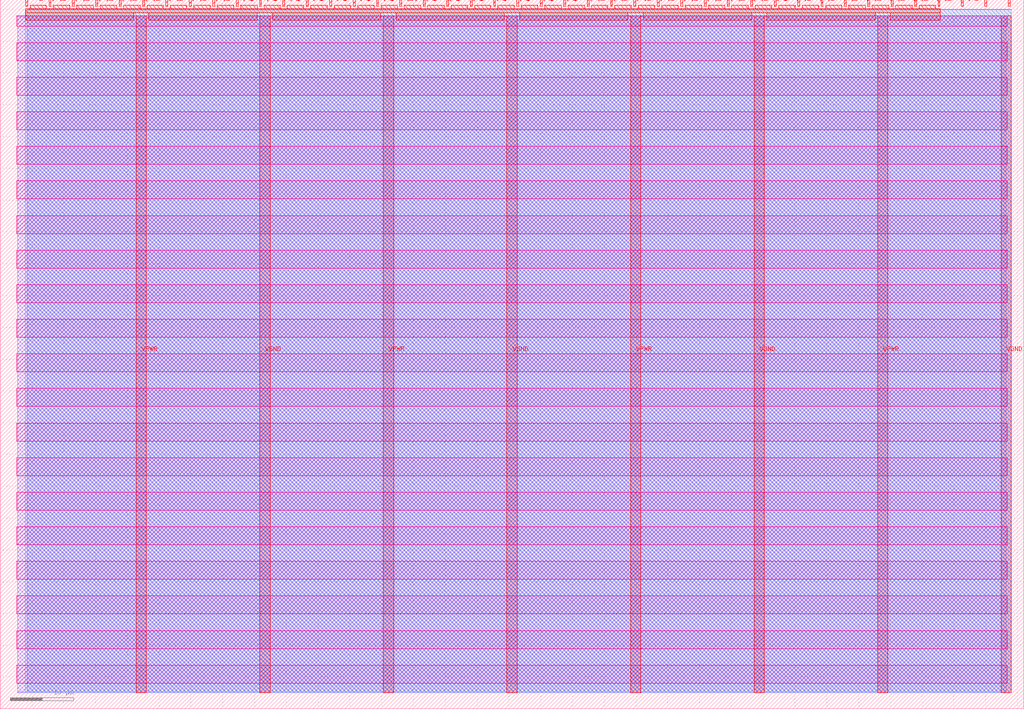
<source format=lef>
VERSION 5.7 ;
  NOWIREEXTENSIONATPIN ON ;
  DIVIDERCHAR "/" ;
  BUSBITCHARS "[]" ;
MACRO tt_um_UABCReloj
  CLASS BLOCK ;
  FOREIGN tt_um_UABCReloj ;
  ORIGIN 0.000 0.000 ;
  SIZE 161.000 BY 111.520 ;
  PIN VGND
    DIRECTION INOUT ;
    USE GROUND ;
    PORT
      LAYER met4 ;
        RECT 40.830 2.480 42.430 109.040 ;
    END
    PORT
      LAYER met4 ;
        RECT 79.700 2.480 81.300 109.040 ;
    END
    PORT
      LAYER met4 ;
        RECT 118.570 2.480 120.170 109.040 ;
    END
    PORT
      LAYER met4 ;
        RECT 157.440 2.480 159.040 109.040 ;
    END
  END VGND
  PIN VPWR
    DIRECTION INOUT ;
    USE POWER ;
    PORT
      LAYER met4 ;
        RECT 21.395 2.480 22.995 109.040 ;
    END
    PORT
      LAYER met4 ;
        RECT 60.265 2.480 61.865 109.040 ;
    END
    PORT
      LAYER met4 ;
        RECT 99.135 2.480 100.735 109.040 ;
    END
    PORT
      LAYER met4 ;
        RECT 138.005 2.480 139.605 109.040 ;
    END
  END VPWR
  PIN clk
    DIRECTION INPUT ;
    USE SIGNAL ;
    PORT
      LAYER met4 ;
        RECT 154.870 110.520 155.170 111.520 ;
    END
  END clk
  PIN ena
    DIRECTION INPUT ;
    USE SIGNAL ;
    PORT
      LAYER met4 ;
        RECT 158.550 110.520 158.850 111.520 ;
    END
  END ena
  PIN rst_n
    DIRECTION INPUT ;
    USE SIGNAL ;
    PORT
      LAYER met4 ;
        RECT 151.190 110.520 151.490 111.520 ;
    END
  END rst_n
  PIN ui_in[0]
    DIRECTION INPUT ;
    USE SIGNAL ;
    ANTENNAGATEAREA 0.213000 ;
    PORT
      LAYER met4 ;
        RECT 147.510 110.520 147.810 111.520 ;
    END
  END ui_in[0]
  PIN ui_in[1]
    DIRECTION INPUT ;
    USE SIGNAL ;
    ANTENNAGATEAREA 0.213000 ;
    PORT
      LAYER met4 ;
        RECT 143.830 110.520 144.130 111.520 ;
    END
  END ui_in[1]
  PIN ui_in[2]
    DIRECTION INPUT ;
    USE SIGNAL ;
    ANTENNAGATEAREA 0.196500 ;
    PORT
      LAYER met4 ;
        RECT 140.150 110.520 140.450 111.520 ;
    END
  END ui_in[2]
  PIN ui_in[3]
    DIRECTION INPUT ;
    USE SIGNAL ;
    ANTENNAGATEAREA 0.126000 ;
    PORT
      LAYER met4 ;
        RECT 136.470 110.520 136.770 111.520 ;
    END
  END ui_in[3]
  PIN ui_in[4]
    DIRECTION INPUT ;
    USE SIGNAL ;
    PORT
      LAYER met4 ;
        RECT 132.790 110.520 133.090 111.520 ;
    END
  END ui_in[4]
  PIN ui_in[5]
    DIRECTION INPUT ;
    USE SIGNAL ;
    PORT
      LAYER met4 ;
        RECT 129.110 110.520 129.410 111.520 ;
    END
  END ui_in[5]
  PIN ui_in[6]
    DIRECTION INPUT ;
    USE SIGNAL ;
    PORT
      LAYER met4 ;
        RECT 125.430 110.520 125.730 111.520 ;
    END
  END ui_in[6]
  PIN ui_in[7]
    DIRECTION INPUT ;
    USE SIGNAL ;
    PORT
      LAYER met4 ;
        RECT 121.750 110.520 122.050 111.520 ;
    END
  END ui_in[7]
  PIN uio_in[0]
    DIRECTION INPUT ;
    USE SIGNAL ;
    PORT
      LAYER met4 ;
        RECT 118.070 110.520 118.370 111.520 ;
    END
  END uio_in[0]
  PIN uio_in[1]
    DIRECTION INPUT ;
    USE SIGNAL ;
    PORT
      LAYER met4 ;
        RECT 114.390 110.520 114.690 111.520 ;
    END
  END uio_in[1]
  PIN uio_in[2]
    DIRECTION INPUT ;
    USE SIGNAL ;
    PORT
      LAYER met4 ;
        RECT 110.710 110.520 111.010 111.520 ;
    END
  END uio_in[2]
  PIN uio_in[3]
    DIRECTION INPUT ;
    USE SIGNAL ;
    PORT
      LAYER met4 ;
        RECT 107.030 110.520 107.330 111.520 ;
    END
  END uio_in[3]
  PIN uio_in[4]
    DIRECTION INPUT ;
    USE SIGNAL ;
    PORT
      LAYER met4 ;
        RECT 103.350 110.520 103.650 111.520 ;
    END
  END uio_in[4]
  PIN uio_in[5]
    DIRECTION INPUT ;
    USE SIGNAL ;
    PORT
      LAYER met4 ;
        RECT 99.670 110.520 99.970 111.520 ;
    END
  END uio_in[5]
  PIN uio_in[6]
    DIRECTION INPUT ;
    USE SIGNAL ;
    PORT
      LAYER met4 ;
        RECT 95.990 110.520 96.290 111.520 ;
    END
  END uio_in[6]
  PIN uio_in[7]
    DIRECTION INPUT ;
    USE SIGNAL ;
    PORT
      LAYER met4 ;
        RECT 92.310 110.520 92.610 111.520 ;
    END
  END uio_in[7]
  PIN uio_oe[0]
    DIRECTION OUTPUT TRISTATE ;
    USE SIGNAL ;
    PORT
      LAYER met4 ;
        RECT 29.750 110.520 30.050 111.520 ;
    END
  END uio_oe[0]
  PIN uio_oe[1]
    DIRECTION OUTPUT TRISTATE ;
    USE SIGNAL ;
    PORT
      LAYER met4 ;
        RECT 26.070 110.520 26.370 111.520 ;
    END
  END uio_oe[1]
  PIN uio_oe[2]
    DIRECTION OUTPUT TRISTATE ;
    USE SIGNAL ;
    PORT
      LAYER met4 ;
        RECT 22.390 110.520 22.690 111.520 ;
    END
  END uio_oe[2]
  PIN uio_oe[3]
    DIRECTION OUTPUT TRISTATE ;
    USE SIGNAL ;
    PORT
      LAYER met4 ;
        RECT 18.710 110.520 19.010 111.520 ;
    END
  END uio_oe[3]
  PIN uio_oe[4]
    DIRECTION OUTPUT TRISTATE ;
    USE SIGNAL ;
    PORT
      LAYER met4 ;
        RECT 15.030 110.520 15.330 111.520 ;
    END
  END uio_oe[4]
  PIN uio_oe[5]
    DIRECTION OUTPUT TRISTATE ;
    USE SIGNAL ;
    PORT
      LAYER met4 ;
        RECT 11.350 110.520 11.650 111.520 ;
    END
  END uio_oe[5]
  PIN uio_oe[6]
    DIRECTION OUTPUT TRISTATE ;
    USE SIGNAL ;
    PORT
      LAYER met4 ;
        RECT 7.670 110.520 7.970 111.520 ;
    END
  END uio_oe[6]
  PIN uio_oe[7]
    DIRECTION OUTPUT TRISTATE ;
    USE SIGNAL ;
    PORT
      LAYER met4 ;
        RECT 3.990 110.520 4.290 111.520 ;
    END
  END uio_oe[7]
  PIN uio_out[0]
    DIRECTION OUTPUT TRISTATE ;
    USE SIGNAL ;
    ANTENNADIFFAREA 0.445500 ;
    PORT
      LAYER met4 ;
        RECT 59.190 110.520 59.490 111.520 ;
    END
  END uio_out[0]
  PIN uio_out[1]
    DIRECTION OUTPUT TRISTATE ;
    USE SIGNAL ;
    ANTENNADIFFAREA 0.795200 ;
    PORT
      LAYER met4 ;
        RECT 55.510 110.520 55.810 111.520 ;
    END
  END uio_out[1]
  PIN uio_out[2]
    DIRECTION OUTPUT TRISTATE ;
    USE SIGNAL ;
    ANTENNADIFFAREA 0.445500 ;
    PORT
      LAYER met4 ;
        RECT 51.830 110.520 52.130 111.520 ;
    END
  END uio_out[2]
  PIN uio_out[3]
    DIRECTION OUTPUT TRISTATE ;
    USE SIGNAL ;
    ANTENNADIFFAREA 0.445500 ;
    PORT
      LAYER met4 ;
        RECT 48.150 110.520 48.450 111.520 ;
    END
  END uio_out[3]
  PIN uio_out[4]
    DIRECTION OUTPUT TRISTATE ;
    USE SIGNAL ;
    ANTENNADIFFAREA 0.445500 ;
    PORT
      LAYER met4 ;
        RECT 44.470 110.520 44.770 111.520 ;
    END
  END uio_out[4]
  PIN uio_out[5]
    DIRECTION OUTPUT TRISTATE ;
    USE SIGNAL ;
    ANTENNADIFFAREA 0.445500 ;
    PORT
      LAYER met4 ;
        RECT 40.790 110.520 41.090 111.520 ;
    END
  END uio_out[5]
  PIN uio_out[6]
    DIRECTION OUTPUT TRISTATE ;
    USE SIGNAL ;
    ANTENNADIFFAREA 0.445500 ;
    PORT
      LAYER met4 ;
        RECT 37.110 110.520 37.410 111.520 ;
    END
  END uio_out[6]
  PIN uio_out[7]
    DIRECTION OUTPUT TRISTATE ;
    USE SIGNAL ;
    PORT
      LAYER met4 ;
        RECT 33.430 110.520 33.730 111.520 ;
    END
  END uio_out[7]
  PIN uo_out[0]
    DIRECTION OUTPUT TRISTATE ;
    USE SIGNAL ;
    ANTENNADIFFAREA 0.445500 ;
    PORT
      LAYER met4 ;
        RECT 88.630 110.520 88.930 111.520 ;
    END
  END uo_out[0]
  PIN uo_out[1]
    DIRECTION OUTPUT TRISTATE ;
    USE SIGNAL ;
    ANTENNADIFFAREA 0.445500 ;
    PORT
      LAYER met4 ;
        RECT 84.950 110.520 85.250 111.520 ;
    END
  END uo_out[1]
  PIN uo_out[2]
    DIRECTION OUTPUT TRISTATE ;
    USE SIGNAL ;
    ANTENNADIFFAREA 0.795200 ;
    PORT
      LAYER met4 ;
        RECT 81.270 110.520 81.570 111.520 ;
    END
  END uo_out[2]
  PIN uo_out[3]
    DIRECTION OUTPUT TRISTATE ;
    USE SIGNAL ;
    ANTENNADIFFAREA 0.445500 ;
    PORT
      LAYER met4 ;
        RECT 77.590 110.520 77.890 111.520 ;
    END
  END uo_out[3]
  PIN uo_out[4]
    DIRECTION OUTPUT TRISTATE ;
    USE SIGNAL ;
    ANTENNADIFFAREA 0.445500 ;
    PORT
      LAYER met4 ;
        RECT 73.910 110.520 74.210 111.520 ;
    END
  END uo_out[4]
  PIN uo_out[5]
    DIRECTION OUTPUT TRISTATE ;
    USE SIGNAL ;
    ANTENNADIFFAREA 0.445500 ;
    PORT
      LAYER met4 ;
        RECT 70.230 110.520 70.530 111.520 ;
    END
  END uo_out[5]
  PIN uo_out[6]
    DIRECTION OUTPUT TRISTATE ;
    USE SIGNAL ;
    ANTENNADIFFAREA 0.445500 ;
    PORT
      LAYER met4 ;
        RECT 66.550 110.520 66.850 111.520 ;
    END
  END uo_out[6]
  PIN uo_out[7]
    DIRECTION OUTPUT TRISTATE ;
    USE SIGNAL ;
    ANTENNADIFFAREA 0.445500 ;
    PORT
      LAYER met4 ;
        RECT 62.870 110.520 63.170 111.520 ;
    END
  END uo_out[7]
  OBS
      LAYER nwell ;
        RECT 2.570 107.385 158.430 108.990 ;
        RECT 2.570 101.945 158.430 104.775 ;
        RECT 2.570 96.505 158.430 99.335 ;
        RECT 2.570 91.065 158.430 93.895 ;
        RECT 2.570 85.625 158.430 88.455 ;
        RECT 2.570 80.185 158.430 83.015 ;
        RECT 2.570 74.745 158.430 77.575 ;
        RECT 2.570 69.305 158.430 72.135 ;
        RECT 2.570 63.865 158.430 66.695 ;
        RECT 2.570 58.425 158.430 61.255 ;
        RECT 2.570 52.985 158.430 55.815 ;
        RECT 2.570 47.545 158.430 50.375 ;
        RECT 2.570 42.105 158.430 44.935 ;
        RECT 2.570 36.665 158.430 39.495 ;
        RECT 2.570 31.225 158.430 34.055 ;
        RECT 2.570 25.785 158.430 28.615 ;
        RECT 2.570 20.345 158.430 23.175 ;
        RECT 2.570 14.905 158.430 17.735 ;
        RECT 2.570 9.465 158.430 12.295 ;
        RECT 2.570 4.025 158.430 6.855 ;
      LAYER li1 ;
        RECT 2.760 2.635 158.240 108.885 ;
      LAYER met1 ;
        RECT 2.760 2.480 159.040 109.040 ;
      LAYER met2 ;
        RECT 4.230 2.535 159.010 110.005 ;
      LAYER met3 ;
        RECT 3.950 2.555 159.030 109.985 ;
      LAYER met4 ;
        RECT 4.690 110.120 7.270 110.650 ;
        RECT 8.370 110.120 10.950 110.650 ;
        RECT 12.050 110.120 14.630 110.650 ;
        RECT 15.730 110.120 18.310 110.650 ;
        RECT 19.410 110.120 21.990 110.650 ;
        RECT 23.090 110.120 25.670 110.650 ;
        RECT 26.770 110.120 29.350 110.650 ;
        RECT 30.450 110.120 33.030 110.650 ;
        RECT 34.130 110.120 36.710 110.650 ;
        RECT 37.810 110.120 40.390 110.650 ;
        RECT 41.490 110.120 44.070 110.650 ;
        RECT 45.170 110.120 47.750 110.650 ;
        RECT 48.850 110.120 51.430 110.650 ;
        RECT 52.530 110.120 55.110 110.650 ;
        RECT 56.210 110.120 58.790 110.650 ;
        RECT 59.890 110.120 62.470 110.650 ;
        RECT 63.570 110.120 66.150 110.650 ;
        RECT 67.250 110.120 69.830 110.650 ;
        RECT 70.930 110.120 73.510 110.650 ;
        RECT 74.610 110.120 77.190 110.650 ;
        RECT 78.290 110.120 80.870 110.650 ;
        RECT 81.970 110.120 84.550 110.650 ;
        RECT 85.650 110.120 88.230 110.650 ;
        RECT 89.330 110.120 91.910 110.650 ;
        RECT 93.010 110.120 95.590 110.650 ;
        RECT 96.690 110.120 99.270 110.650 ;
        RECT 100.370 110.120 102.950 110.650 ;
        RECT 104.050 110.120 106.630 110.650 ;
        RECT 107.730 110.120 110.310 110.650 ;
        RECT 111.410 110.120 113.990 110.650 ;
        RECT 115.090 110.120 117.670 110.650 ;
        RECT 118.770 110.120 121.350 110.650 ;
        RECT 122.450 110.120 125.030 110.650 ;
        RECT 126.130 110.120 128.710 110.650 ;
        RECT 129.810 110.120 132.390 110.650 ;
        RECT 133.490 110.120 136.070 110.650 ;
        RECT 137.170 110.120 139.750 110.650 ;
        RECT 140.850 110.120 143.430 110.650 ;
        RECT 144.530 110.120 147.110 110.650 ;
        RECT 3.975 109.440 147.825 110.120 ;
        RECT 3.975 108.295 20.995 109.440 ;
        RECT 23.395 108.295 40.430 109.440 ;
        RECT 42.830 108.295 59.865 109.440 ;
        RECT 62.265 108.295 79.300 109.440 ;
        RECT 81.700 108.295 98.735 109.440 ;
        RECT 101.135 108.295 118.170 109.440 ;
        RECT 120.570 108.295 137.605 109.440 ;
        RECT 140.005 108.295 147.825 109.440 ;
  END
END tt_um_UABCReloj
END LIBRARY


</source>
